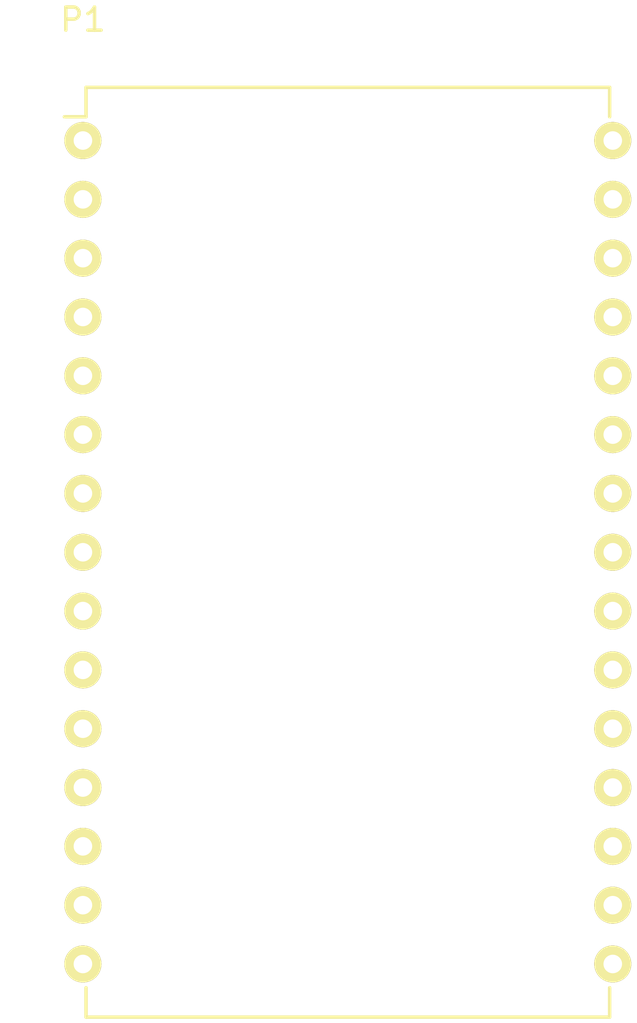
<source format=kicad_pcb>
(kicad_pcb (version 4) (host pcbnew 4.0.2+dfsg1-stable)

  (general
    (links 0)
    (no_connects 0)
    (area 144.773719 98.6586 172.626101 143.329253)
    (thickness 1.6)
    (drawings 0)
    (tracks 0)
    (zones 0)
    (modules 1)
    (nets 31)
  )

  (page A4)
  (layers
    (0 F.Cu signal)
    (31 B.Cu signal)
    (32 B.Adhes user)
    (33 F.Adhes user)
    (34 B.Paste user)
    (35 F.Paste user)
    (36 B.SilkS user)
    (37 F.SilkS user)
    (38 B.Mask user)
    (39 F.Mask user)
    (40 Dwgs.User user)
    (41 Cmts.User user)
    (42 Eco1.User user)
    (43 Eco2.User user)
    (44 Edge.Cuts user)
    (45 Margin user)
    (46 B.CrtYd user)
    (47 F.CrtYd user)
    (48 B.Fab user)
    (49 F.Fab user)
  )

  (setup
    (last_trace_width 0.25)
    (trace_clearance 0.2)
    (zone_clearance 0.508)
    (zone_45_only no)
    (trace_min 0.2)
    (segment_width 0.2)
    (edge_width 0.15)
    (via_size 0.6)
    (via_drill 0.4)
    (via_min_size 0.4)
    (via_min_drill 0.3)
    (uvia_size 0.3)
    (uvia_drill 0.1)
    (uvias_allowed no)
    (uvia_min_size 0.2)
    (uvia_min_drill 0.1)
    (pcb_text_width 0.3)
    (pcb_text_size 1.5 1.5)
    (mod_edge_width 0.15)
    (mod_text_size 1 1)
    (mod_text_width 0.15)
    (pad_size 1.524 1.524)
    (pad_drill 0.762)
    (pad_to_mask_clearance 0.2)
    (aux_axis_origin 0 0)
    (visible_elements FFFFFF7F)
    (pcbplotparams
      (layerselection 0x00030_80000001)
      (usegerberextensions false)
      (excludeedgelayer true)
      (linewidth 0.100000)
      (plotframeref false)
      (viasonmask false)
      (mode 1)
      (useauxorigin false)
      (hpglpennumber 1)
      (hpglpenspeed 20)
      (hpglpendiameter 15)
      (hpglpenoverlay 2)
      (psnegative false)
      (psa4output false)
      (plotreference true)
      (plotvalue true)
      (plotinvisibletext false)
      (padsonsilk false)
      (subtractmaskfromsilk false)
      (outputformat 1)
      (mirror false)
      (drillshape 1)
      (scaleselection 1)
      (outputdirectory ""))
  )

  (net 0 "")
  (net 1 "Net-(P1-Pad1)")
  (net 2 "Net-(P1-Pad2)")
  (net 3 "Net-(P1-Pad3)")
  (net 4 "Net-(P1-Pad4)")
  (net 5 "Net-(P1-Pad5)")
  (net 6 "Net-(P1-Pad6)")
  (net 7 "Net-(P1-Pad7)")
  (net 8 "Net-(P1-Pad8)")
  (net 9 "Net-(P1-Pad9)")
  (net 10 "Net-(P1-Pad10)")
  (net 11 "Net-(P1-Pad11)")
  (net 12 "Net-(P1-Pad12)")
  (net 13 "Net-(P1-Pad13)")
  (net 14 "Net-(P1-Pad14)")
  (net 15 "Net-(P1-Pad15)")
  (net 16 "Net-(P1-Pad16)")
  (net 17 "Net-(P1-Pad17)")
  (net 18 "Net-(P1-Pad18)")
  (net 19 "Net-(P1-Pad19)")
  (net 20 "Net-(P1-Pad20)")
  (net 21 "Net-(P1-Pad21)")
  (net 22 "Net-(P1-Pad22)")
  (net 23 "Net-(P1-Pad23)")
  (net 24 "Net-(P1-Pad24)")
  (net 25 "Net-(P1-Pad25)")
  (net 26 "Net-(P1-Pad26)")
  (net 27 "Net-(P1-Pad27)")
  (net 28 "Net-(P1-Pad28)")
  (net 29 "Net-(P1-Pad29)")
  (net 30 "Net-(P1-Pad30)")

  (net_class Default "This is the default net class."
    (clearance 0.2)
    (trace_width 0.25)
    (via_dia 0.6)
    (via_drill 0.4)
    (uvia_dia 0.3)
    (uvia_drill 0.1)
    (add_net "Net-(P1-Pad1)")
    (add_net "Net-(P1-Pad10)")
    (add_net "Net-(P1-Pad11)")
    (add_net "Net-(P1-Pad12)")
    (add_net "Net-(P1-Pad13)")
    (add_net "Net-(P1-Pad14)")
    (add_net "Net-(P1-Pad15)")
    (add_net "Net-(P1-Pad16)")
    (add_net "Net-(P1-Pad17)")
    (add_net "Net-(P1-Pad18)")
    (add_net "Net-(P1-Pad19)")
    (add_net "Net-(P1-Pad2)")
    (add_net "Net-(P1-Pad20)")
    (add_net "Net-(P1-Pad21)")
    (add_net "Net-(P1-Pad22)")
    (add_net "Net-(P1-Pad23)")
    (add_net "Net-(P1-Pad24)")
    (add_net "Net-(P1-Pad25)")
    (add_net "Net-(P1-Pad26)")
    (add_net "Net-(P1-Pad27)")
    (add_net "Net-(P1-Pad28)")
    (add_net "Net-(P1-Pad29)")
    (add_net "Net-(P1-Pad3)")
    (add_net "Net-(P1-Pad30)")
    (add_net "Net-(P1-Pad4)")
    (add_net "Net-(P1-Pad5)")
    (add_net "Net-(P1-Pad6)")
    (add_net "Net-(P1-Pad7)")
    (add_net "Net-(P1-Pad8)")
    (add_net "Net-(P1-Pad9)")
  )

  (module nodemcu:NodeMCU (layer F.Cu) (tedit 5778E00A) (tstamp 577910AF)
    (at 148.5011 105.0036)
    (descr "64-lead dip package, row spacing 22.86 mm (900 mils)")
    (tags "dil dip 2.54 900")
    (path /5778EFB0)
    (fp_text reference P1 (at 0 -5.22) (layer F.SilkS)
      (effects (font (size 1 1) (thickness 0.15)))
    )
    (fp_text value NodeMCU (at 0 -3.72) (layer F.Fab)
      (effects (font (size 1 1) (thickness 0.15)))
    )
    (fp_line (start -1.05 -2.45) (end -1.05 38.100596) (layer F.CrtYd) (width 0.05))
    (fp_line (start 23.9 -2.45) (end 23.9 38.100652) (layer F.CrtYd) (width 0.05))
    (fp_line (start -1.05 -2.45) (end 23.9 -2.45) (layer F.CrtYd) (width 0.05))
    (fp_line (start -1.05 38.02) (end 23.9 38.02) (layer F.CrtYd) (width 0.05))
    (fp_line (start 0.135 -2.295) (end 0.135 -1.025) (layer F.SilkS) (width 0.15))
    (fp_line (start 22.725 -2.295) (end 22.725 -1.025) (layer F.SilkS) (width 0.15))
    (fp_line (start 22.725 37.855) (end 22.725 36.585) (layer F.SilkS) (width 0.15))
    (fp_line (start 0.135 37.855) (end 0.135 36.585) (layer F.SilkS) (width 0.15))
    (fp_line (start 0.135 -2.295) (end 22.725 -2.295) (layer F.SilkS) (width 0.15))
    (fp_line (start 0.135 37.855) (end 22.725 37.855) (layer F.SilkS) (width 0.15))
    (fp_line (start 0.135 -1.025) (end -0.8 -1.025) (layer F.SilkS) (width 0.15))
    (pad 1 thru_hole oval (at 0 0) (size 1.6 1.6) (drill 0.8) (layers *.Cu *.Mask F.SilkS)
      (net 1 "Net-(P1-Pad1)"))
    (pad 2 thru_hole oval (at 0 2.54) (size 1.6 1.6) (drill 0.8) (layers *.Cu *.Mask F.SilkS)
      (net 2 "Net-(P1-Pad2)"))
    (pad 3 thru_hole oval (at 0 5.08) (size 1.6 1.6) (drill 0.8) (layers *.Cu *.Mask F.SilkS)
      (net 3 "Net-(P1-Pad3)"))
    (pad 4 thru_hole oval (at 0 7.62) (size 1.6 1.6) (drill 0.8) (layers *.Cu *.Mask F.SilkS)
      (net 4 "Net-(P1-Pad4)"))
    (pad 5 thru_hole oval (at 0 10.16) (size 1.6 1.6) (drill 0.8) (layers *.Cu *.Mask F.SilkS)
      (net 5 "Net-(P1-Pad5)"))
    (pad 6 thru_hole oval (at 0 12.7) (size 1.6 1.6) (drill 0.8) (layers *.Cu *.Mask F.SilkS)
      (net 6 "Net-(P1-Pad6)"))
    (pad 7 thru_hole oval (at 0 15.24) (size 1.6 1.6) (drill 0.8) (layers *.Cu *.Mask F.SilkS)
      (net 7 "Net-(P1-Pad7)"))
    (pad 8 thru_hole oval (at 0 17.78) (size 1.6 1.6) (drill 0.8) (layers *.Cu *.Mask F.SilkS)
      (net 8 "Net-(P1-Pad8)"))
    (pad 9 thru_hole oval (at 0 20.32) (size 1.6 1.6) (drill 0.8) (layers *.Cu *.Mask F.SilkS)
      (net 9 "Net-(P1-Pad9)"))
    (pad 10 thru_hole oval (at 0 22.86) (size 1.6 1.6) (drill 0.8) (layers *.Cu *.Mask F.SilkS)
      (net 10 "Net-(P1-Pad10)"))
    (pad 11 thru_hole oval (at 0 25.4) (size 1.6 1.6) (drill 0.8) (layers *.Cu *.Mask F.SilkS)
      (net 11 "Net-(P1-Pad11)"))
    (pad 12 thru_hole oval (at 0 27.94) (size 1.6 1.6) (drill 0.8) (layers *.Cu *.Mask F.SilkS)
      (net 12 "Net-(P1-Pad12)"))
    (pad 13 thru_hole oval (at 0 30.48) (size 1.6 1.6) (drill 0.8) (layers *.Cu *.Mask F.SilkS)
      (net 13 "Net-(P1-Pad13)"))
    (pad 14 thru_hole oval (at 0 33.02) (size 1.6 1.6) (drill 0.8) (layers *.Cu *.Mask F.SilkS)
      (net 14 "Net-(P1-Pad14)"))
    (pad 15 thru_hole oval (at 0 35.56) (size 1.6 1.6) (drill 0.8) (layers *.Cu *.Mask F.SilkS)
      (net 15 "Net-(P1-Pad15)"))
    (pad 16 thru_hole oval (at 22.86 35.56) (size 1.6 1.6) (drill 0.8) (layers *.Cu *.Mask F.SilkS)
      (net 16 "Net-(P1-Pad16)"))
    (pad 17 thru_hole oval (at 22.86 33.02) (size 1.6 1.6) (drill 0.8) (layers *.Cu *.Mask F.SilkS)
      (net 17 "Net-(P1-Pad17)"))
    (pad 18 thru_hole oval (at 22.86 30.48) (size 1.6 1.6) (drill 0.8) (layers *.Cu *.Mask F.SilkS)
      (net 18 "Net-(P1-Pad18)"))
    (pad 19 thru_hole oval (at 22.86 27.94) (size 1.6 1.6) (drill 0.8) (layers *.Cu *.Mask F.SilkS)
      (net 19 "Net-(P1-Pad19)"))
    (pad 20 thru_hole oval (at 22.86 25.4) (size 1.6 1.6) (drill 0.8) (layers *.Cu *.Mask F.SilkS)
      (net 20 "Net-(P1-Pad20)"))
    (pad 21 thru_hole oval (at 22.86 22.86) (size 1.6 1.6) (drill 0.8) (layers *.Cu *.Mask F.SilkS)
      (net 21 "Net-(P1-Pad21)"))
    (pad 22 thru_hole oval (at 22.86 20.32) (size 1.6 1.6) (drill 0.8) (layers *.Cu *.Mask F.SilkS)
      (net 22 "Net-(P1-Pad22)"))
    (pad 23 thru_hole oval (at 22.86 17.78) (size 1.6 1.6) (drill 0.8) (layers *.Cu *.Mask F.SilkS)
      (net 23 "Net-(P1-Pad23)"))
    (pad 24 thru_hole oval (at 22.86 15.24) (size 1.6 1.6) (drill 0.8) (layers *.Cu *.Mask F.SilkS)
      (net 24 "Net-(P1-Pad24)"))
    (pad 25 thru_hole oval (at 22.86 12.7) (size 1.6 1.6) (drill 0.8) (layers *.Cu *.Mask F.SilkS)
      (net 25 "Net-(P1-Pad25)"))
    (pad 26 thru_hole oval (at 22.86 10.16) (size 1.6 1.6) (drill 0.8) (layers *.Cu *.Mask F.SilkS)
      (net 26 "Net-(P1-Pad26)"))
    (pad 27 thru_hole oval (at 22.86 7.62) (size 1.6 1.6) (drill 0.8) (layers *.Cu *.Mask F.SilkS)
      (net 27 "Net-(P1-Pad27)"))
    (pad 28 thru_hole oval (at 22.86 5.08) (size 1.6 1.6) (drill 0.8) (layers *.Cu *.Mask F.SilkS)
      (net 28 "Net-(P1-Pad28)"))
    (pad 29 thru_hole oval (at 22.86 2.54) (size 1.6 1.6) (drill 0.8) (layers *.Cu *.Mask F.SilkS)
      (net 29 "Net-(P1-Pad29)"))
    (pad 30 thru_hole oval (at 22.86 0) (size 1.6 1.6) (drill 0.8) (layers *.Cu *.Mask F.SilkS)
      (net 30 "Net-(P1-Pad30)"))
    (model /home/thomas/workspace/LaundryMeasure/cad/nodemcu/nodemcu.x3d
      (at (xyz -0.09 -1.65 0.15))
      (scale (xyz 0.4 0.4 0.4))
      (rotate (xyz -90 0 180))
    )
  )

)

</source>
